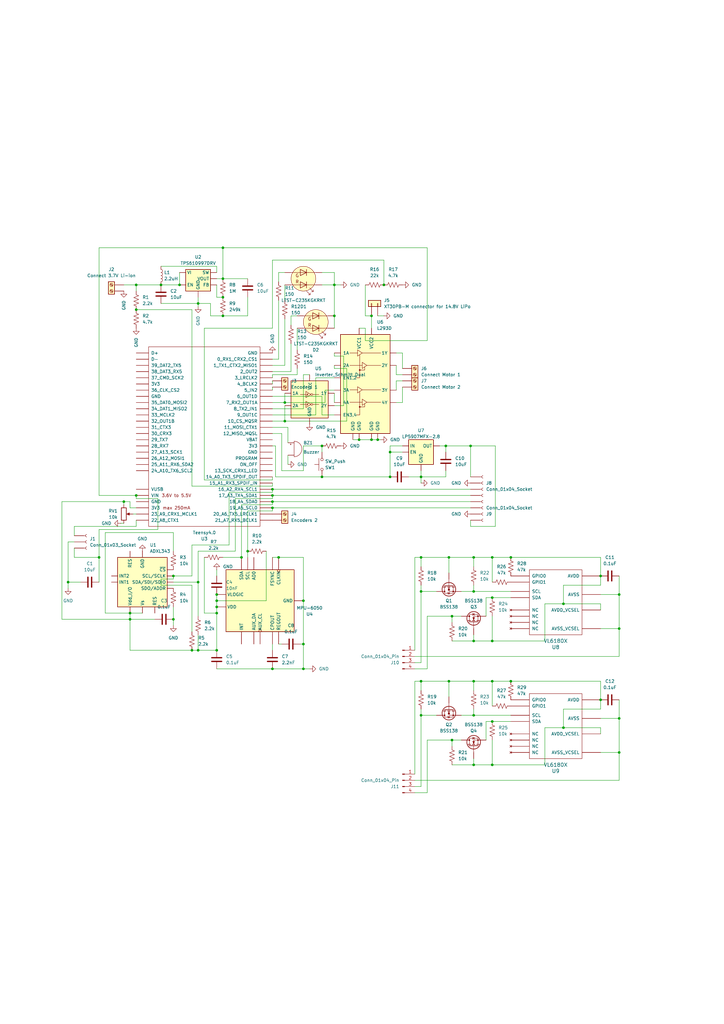
<source format=kicad_sch>
(kicad_sch (version 20231120) (generator "eeschema") (generator_version "8.0")
  (paper "A3" portrait)
  (junction (at 201.93 295.91))
  (junction (at 55.88 127))
  (junction (at 55.88 203.2))
  (junction (at 71.12 236.22))
  (junction (at 27.94 238.76))
  (junction (at 254 308.61))
  (junction (at 172.72 228.6))
  (junction (at 172.72 279.4))
  (junction (at 91.44 129.54))
  (junction (at 194.31 242.57))
  (junction (at 111.76 205.74))
  (junction (at 99.06 228.6))
  (junction (at 124.46 274.32))
  (junction (at 194.31 228.6))
  (junction (at 209.55 279.4))
  (junction (at 91.44 101.6))
  (junction (at 184.15 279.4))
  (junction (at 172.72 242.57))
  (junction (at 231.14 298.45))
  (junction (at 91.44 114.3))
  (junction (at 81.28 266.7))
  (junction (at 194.31 293.37))
  (junction (at 254 294.64))
  (junction (at 147.32 180.34))
  (junction (at 184.15 228.6))
  (junction (at 246.38 236.22))
  (junction (at 201.93 228.6))
  (junction (at 194.31 313.69))
  (junction (at 71.12 254))
  (junction (at 132.08 195.58))
  (junction (at 114.3 228.6))
  (junction (at 154.94 180.34))
  (junction (at 50.8 205.74))
  (junction (at 137.16 116.84))
  (junction (at 116.84 165.1))
  (junction (at 66.04 116.84))
  (junction (at 246.38 287.02))
  (junction (at 231.14 247.65))
  (junction (at 254 257.81))
  (junction (at 152.4 129.54))
  (junction (at 172.72 293.37))
  (junction (at 53.34 254))
  (junction (at 172.72 195.58))
  (junction (at 88.9 246.38))
  (junction (at 88.9 243.84))
  (junction (at 194.31 279.4))
  (junction (at 88.9 251.46))
  (junction (at 40.64 228.6))
  (junction (at 124.46 246.38))
  (junction (at 91.44 121.92))
  (junction (at 55.88 116.84))
  (junction (at 201.93 245.11))
  (junction (at 160.02 195.58))
  (junction (at 116.84 172.72))
  (junction (at 185.42 252.73))
  (junction (at 182.88 182.88))
  (junction (at 81.28 238.76))
  (junction (at 53.34 251.46))
  (junction (at 124.46 264.16))
  (junction (at 111.76 274.32))
  (junction (at 194.31 262.89))
  (junction (at 201.93 262.89))
  (junction (at 101.6 226.06))
  (junction (at 78.74 266.7))
  (junction (at 88.9 248.92))
  (junction (at 132.08 182.88))
  (junction (at 193.04 182.88))
  (junction (at 209.55 228.6))
  (junction (at 137.16 129.54))
  (junction (at 88.9 266.7))
  (junction (at 152.4 180.34))
  (junction (at 111.76 203.2))
  (junction (at 254 243.84))
  (junction (at 111.76 200.66))
  (junction (at 185.42 303.53))
  (junction (at 81.28 124.46))
  (junction (at 111.76 208.28))
  (junction (at 201.93 313.69))
  (junction (at 157.48 116.84))
  (junction (at 201.93 279.4))
  (junction (at 73.66 116.84))
  (junction (at 160.02 185.42))
  (wire (pts (xy 116.84 111.76) (xy 114.3 111.76)))
  (wire (pts (xy 55.88 127) (xy 78.74 127)))
  (wire (pts (xy 71.12 218.44) (xy 43.18 218.44)))
  (wire (pts (xy 111.76 196.85) (xy 83.82 196.85)))
  (wire (pts (xy 55.88 116.84) (xy 50.8 116.84)))
  (wire (pts (xy 121.92 151.13) (xy 121.92 153.67)))
  (wire (pts (xy 111.76 106.68) (xy 157.48 106.68)))
  (wire (pts (xy 160.02 195.58) (xy 160.02 185.42)))
  (wire (pts (xy 111.76 158.75) (xy 111.76 160.02)))
  (wire (pts (xy 137.16 151.13) (xy 142.24 151.13)))
  (wire (pts (xy 149.86 134.62) (xy 149.86 139.7)))
  (wire (pts (xy 30.48 215.9) (xy 55.88 215.9)))
  (wire (pts (xy 111.76 203.2) (xy 193.04 203.2)))
  (wire (pts (xy 209.55 279.4) (xy 246.38 279.4)))
  (wire (pts (xy 115.57 177.8) (xy 111.76 177.8)))
  (wire (pts (xy 124.46 167.64) (xy 124.46 153.67)))
  (wire (pts (xy 137.16 116.84) (xy 137.16 111.76)))
  (wire (pts (xy 201.93 245.11) (xy 209.55 245.11)))
  (wire (pts (xy 199.39 295.91) (xy 201.93 295.91)))
  (wire (pts (xy 86.36 129.54) (xy 86.36 124.46)))
  (wire (pts (xy 246.38 247.65) (xy 246.38 250.19)))
  (wire (pts (xy 115.57 193.04) (xy 115.57 177.8)))
  (wire (pts (xy 137.16 166.37) (xy 140.97 166.37)))
  (wire (pts (xy 201.93 279.4) (xy 201.93 289.56)))
  (wire (pts (xy 123.19 264.16) (xy 124.46 264.16)))
  (wire (pts (xy 111.76 147.32) (xy 114.3 147.32)))
  (wire (pts (xy 175.26 303.53) (xy 175.26 325.12)))
  (wire (pts (xy 55.88 203.2) (xy 55.88 204.47)))
  (wire (pts (xy 71.12 236.22) (xy 71.12 237.49)))
  (wire (pts (xy 127 274.32) (xy 124.46 274.32)))
  (wire (pts (xy 246.38 228.6) (xy 246.38 236.22)))
  (wire (pts (xy 223.52 247.65) (xy 231.14 247.65)))
  (wire (pts (xy 81.28 226.06) (xy 81.28 238.76)))
  (wire (pts (xy 194.31 242.57) (xy 209.55 242.57)))
  (wire (pts (xy 189.23 242.57) (xy 194.31 242.57)))
  (wire (pts (xy 30.48 228.6) (xy 30.48 224.79)))
  (wire (pts (xy 116.84 161.29) (xy 116.84 165.1)))
  (wire (pts (xy 194.31 228.6) (xy 201.93 228.6)))
  (wire (pts (xy 172.72 195.58) (xy 182.88 195.58)))
  (wire (pts (xy 111.76 209.55) (xy 101.6 209.55)))
  (wire (pts (xy 124.46 182.88) (xy 132.08 182.88)))
  (wire (pts (xy 139.7 116.84) (xy 137.16 116.84)))
  (wire (pts (xy 231.14 298.45) (xy 231.14 290.83)))
  (wire (pts (xy 162.56 144.78) (xy 165.1 144.78)))
  (wire (pts (xy 137.16 161.29) (xy 137.16 165.1)))
  (wire (pts (xy 55.88 119.38) (xy 55.88 116.84)))
  (wire (pts (xy 111.76 204.47) (xy 96.52 204.47)))
  (wire (pts (xy 170.18 325.12) (xy 175.26 325.12)))
  (wire (pts (xy 175.26 252.73) (xy 175.26 274.32)))
  (wire (pts (xy 185.42 303.53) (xy 175.26 303.53)))
  (wire (pts (xy 111.76 208.28) (xy 193.04 208.28)))
  (wire (pts (xy 182.88 185.42) (xy 182.88 182.88)))
  (wire (pts (xy 73.66 116.84) (xy 66.04 116.84)))
  (wire (pts (xy 119.38 152.4) (xy 111.76 152.4)))
  (wire (pts (xy 113.03 195.58) (xy 113.03 182.88)))
  (wire (pts (xy 172.72 279.4) (xy 172.72 283.21)))
  (wire (pts (xy 194.31 228.6) (xy 194.31 232.41)))
  (wire (pts (xy 30.48 215.9) (xy 30.48 219.71)))
  (wire (pts (xy 64.77 204.47) (xy 64.77 217.17)))
  (wire (pts (xy 88.9 243.84) (xy 88.9 246.38)))
  (wire (pts (xy 118.11 181.61) (xy 118.11 175.26)))
  (wire (pts (xy 113.03 195.58) (xy 132.08 195.58)))
  (wire (pts (xy 246.38 279.4) (xy 246.38 287.02)))
  (wire (pts (xy 78.74 127) (xy 78.74 199.39)))
  (wire (pts (xy 124.46 182.88) (xy 124.46 193.04)))
  (wire (pts (xy 78.74 266.7) (xy 81.28 266.7)))
  (wire (pts (xy 170.18 279.4) (xy 170.18 317.5)))
  (wire (pts (xy 137.16 129.54) (xy 137.16 134.62)))
  (wire (pts (xy 54.61 210.82) (xy 55.88 210.82)))
  (wire (pts (xy 162.56 156.21) (xy 165.1 156.21)))
  (wire (pts (xy 189.23 252.73) (xy 185.42 252.73)))
  (wire (pts (xy 114.3 228.6) (xy 124.46 228.6)))
  (wire (pts (xy 111.76 208.28) (xy 111.76 209.55)))
  (wire (pts (xy 194.31 290.83) (xy 194.31 293.37)))
  (wire (pts (xy 88.9 274.32) (xy 111.76 274.32)))
  (wire (pts (xy 99.06 207.01) (xy 111.76 207.01)))
  (wire (pts (xy 83.82 134.62) (xy 83.82 196.85)))
  (wire (pts (xy 231.14 247.65) (xy 246.38 247.65)))
  (wire (pts (xy 30.48 228.6) (xy 40.64 228.6)))
  (wire (pts (xy 118.11 186.69) (xy 118.11 190.5)))
  (wire (pts (xy 73.66 111.76) (xy 73.66 116.84)))
  (wire (pts (xy 172.72 279.4) (xy 184.15 279.4)))
  (wire (pts (xy 81.28 124.46) (xy 86.36 124.46)))
  (wire (pts (xy 194.31 313.69) (xy 201.93 313.69)))
  (wire (pts (xy 132.08 116.84) (xy 137.16 116.84)))
  (wire (pts (xy 201.93 228.6) (xy 209.55 228.6)))
  (wire (pts (xy 231.14 240.03) (xy 246.38 240.03)))
  (wire (pts (xy 189.23 303.53) (xy 185.42 303.53)))
  (wire (pts (xy 101.6 209.55) (xy 101.6 226.06)))
  (wire (pts (xy 144.78 180.34) (xy 147.32 180.34)))
  (wire (pts (xy 185.42 262.89) (xy 194.31 262.89)))
  (wire (pts (xy 199.39 252.73) (xy 199.39 245.11)))
  (wire (pts (xy 71.12 236.22) (xy 78.74 236.22)))
  (wire (pts (xy 111.76 170.18) (xy 129.54 170.18)))
  (wire (pts (xy 55.88 204.47) (xy 64.77 204.47)))
  (wire (pts (xy 142.24 151.13) (xy 142.24 172.72)))
  (wire (pts (xy 194.31 260.35) (xy 194.31 262.89)))
  (wire (pts (xy 152.4 129.54) (xy 152.4 134.62)))
  (wire (pts (xy 71.12 254) (xy 71.12 256.54)))
  (wire (pts (xy 64.77 217.17) (xy 40.64 217.17)))
  (wire (pts (xy 111.76 266.7) (xy 111.76 264.16)))
  (wire (pts (xy 71.12 248.92) (xy 71.12 254)))
  (wire (pts (xy 81.28 266.7) (xy 88.9 266.7)))
  (wire (pts (xy 91.44 101.6) (xy 175.26 101.6)))
  (wire (pts (xy 172.72 195.58) (xy 167.64 195.58)))
  (wire (pts (xy 246.38 294.64) (xy 254 294.64)))
  (wire (pts (xy 172.72 293.37) (xy 172.72 322.58)))
  (wire (pts (xy 133.35 160.02) (xy 137.16 160.02)))
  (wire (pts (xy 184.15 279.4) (xy 184.15 285.75)))
  (wire (pts (xy 170.18 271.78) (xy 172.72 271.78)))
  (wire (pts (xy 114.3 123.19) (xy 114.3 147.32)))
  (wire (pts (xy 170.18 228.6) (xy 170.18 266.7)))
  (wire (pts (xy 66.04 109.22) (xy 88.9 109.22)))
  (wire (pts (xy 81.28 238.76) (xy 71.12 238.76)))
  (wire (pts (xy 111.76 175.26) (xy 118.11 175.26)))
  (wire (pts (xy 194.31 293.37) (xy 209.55 293.37)))
  (wire (pts (xy 40.64 217.17) (xy 40.64 228.6)))
  (wire (pts (xy 111.76 274.32) (xy 124.46 274.32)))
  (wire (pts (xy 246.38 308.61) (xy 254 308.61)))
  (wire (pts (xy 81.28 238.76) (xy 81.28 252.73)))
  (wire (pts (xy 194.31 279.4) (xy 201.93 279.4)))
  (wire (pts (xy 129.54 154.94) (xy 129.54 170.18)))
  (wire (pts (xy 185.42 313.69) (xy 194.31 313.69)))
  (wire (pts (xy 27.94 222.25) (xy 27.94 238.76)))
  (wire (pts (xy 71.12 237.49) (xy 66.04 237.49)))
  (wire (pts (xy 152.4 129.54) (xy 149.86 129.54)))
  (wire (pts (xy 25.4 254) (xy 53.34 254)))
  (wire (pts (xy 111.76 201.93) (xy 93.98 201.93)))
  (wire (pts (xy 254 287.02) (xy 254 294.64)))
  (wire (pts (xy 116.84 165.1) (xy 133.35 165.1)))
  (wire (pts (xy 49.53 214.63) (xy 50.8 214.63)))
  (wire (pts (xy 53.34 254) (xy 63.5 254)))
  (wire (pts (xy 91.44 121.92) (xy 88.9 121.92)))
  (wire (pts (xy 246.38 290.83) (xy 246.38 287.02)))
  (wire (pts (xy 81.28 260.35) (xy 81.28 266.7)))
  (wire (pts (xy 50.8 205.74) (xy 50.8 207.01)))
  (wire (pts (xy 137.16 111.76) (xy 132.08 111.76)))
  (wire (pts (xy 165.1 165.1) (xy 165.1 158.75)))
  (wire (pts (xy 53.34 266.7) (xy 78.74 266.7)))
  (wire (pts (xy 149.86 129.54) (xy 149.86 116.84)))
  (wire (pts (xy 88.9 121.92) (xy 88.9 116.84)))
  (wire (pts (xy 132.08 162.56) (xy 132.08 170.18)))
  (wire (pts (xy 111.76 149.86) (xy 116.84 149.86)))
  (wire (pts (xy 160.02 185.42) (xy 160.02 182.88)))
  (wire (pts (xy 111.76 203.2) (xy 111.76 204.47)))
  (wire (pts (xy 203.2 182.88) (xy 203.2 215.9)))
  (wire (pts (xy 66.04 240.03) (xy 78.74 240.03)))
  (wire (pts (xy 88.9 248.92) (xy 88.9 251.46)))
  (wire (pts (xy 91.44 129.54) (xy 86.36 129.54)))
  (wire (pts (xy 121.92 129.54) (xy 119.38 129.54)))
  (wire (pts (xy 78.74 236.22) (xy 78.74 223.52)))
  (wire (pts (xy 175.26 101.6) (xy 175.26 139.7)))
  (wire (pts (xy 184.15 228.6) (xy 184.15 234.95)))
  (wire (pts (xy 43.18 218.44) (xy 43.18 251.46)))
  (wire (pts (xy 111.76 172.72) (xy 116.84 172.72)))
  (wire (pts (xy 172.72 228.6) (xy 172.72 232.41)))
  (wire (pts (xy 119.38 129.54) (xy 119.38 133.35)))
  (wire (pts (xy 147.32 180.34) (xy 152.4 180.34)))
  (wire (pts (xy 201.93 295.91) (xy 209.55 295.91)))
  (wire (pts (xy 111.76 153.67) (xy 111.76 154.94)))
  (wire (pts (xy 50.8 205.74) (xy 25.4 205.74)))
  (wire (pts (xy 111.76 200.66) (xy 111.76 201.93)))
  (wire (pts (xy 180.34 182.88) (xy 182.88 182.88)))
  (wire (pts (xy 81.28 226.06) (xy 96.52 226.06)))
  (wire (pts (xy 124.46 228.6) (xy 124.46 246.38)))
  (wire (pts (xy 172.72 195.58) (xy 172.72 193.04)))
  (wire (pts (xy 111.76 199.39) (xy 78.74 199.39)))
  (wire (pts (xy 88.9 251.46) (xy 88.9 266.7)))
  (wire (pts (xy 116.84 130.81) (xy 116.84 149.86)))
  (wire (pts (xy 223.52 262.89) (xy 223.52 247.65)))
  (wire (pts (xy 132.08 170.18) (xy 137.16 170.18)))
  (wire (pts (xy 111.76 200.66) (xy 193.04 200.66)))
  (wire (pts (xy 170.18 274.32) (xy 175.26 274.32)))
  (wire (pts (xy 66.04 124.46) (xy 81.28 124.46)))
  (wire (pts (xy 109.22 246.38) (xy 88.9 246.38)))
  (wire (pts (xy 101.6 226.06) (xy 101.6 228.6)))
  (wire (pts (xy 209.55 228.6) (xy 246.38 228.6)))
  (wire (pts (xy 111.76 156.21) (xy 111.76 157.48)))
  (wire (pts (xy 160.02 182.88) (xy 165.1 182.88)))
  (wire (pts (xy 101.6 129.54) (xy 91.44 129.54)))
  (wire (pts (xy 157.48 106.68) (xy 157.48 116.84)))
  (wire (pts (xy 124.46 264.16) (xy 124.46 246.38)))
  (wire (pts (xy 88.9 233.68) (xy 88.9 236.22)))
  (wire (pts (xy 194.31 279.4) (xy 194.31 283.21)))
  (wire (pts (xy 124.46 264.16) (xy 124.46 274.32)))
  (wire (pts (xy 121.92 134.62) (xy 121.92 143.51)))
  (wire (pts (xy 185.42 252.73) (xy 185.42 255.27)))
  (wire (pts (xy 231.14 290.83) (xy 246.38 290.83)))
  (wire (pts (xy 201.93 252.73) (xy 201.93 262.89)))
  (wire (pts (xy 114.3 264.16) (xy 115.57 264.16)))
  (wire (pts (xy 111.76 228.6) (xy 114.3 228.6)))
  (wire (pts (xy 81.28 125.73) (xy 81.28 124.46)))
  (wire (pts (xy 53.34 251.46) (xy 58.42 251.46)))
  (wire (pts (xy 165.1 144.78) (xy 165.1 151.13)))
  (wire (pts (xy 185.42 252.73) (xy 175.26 252.73)))
  (wire (pts (xy 27.94 222.25) (xy 30.48 222.25)))
  (wire (pts (xy 170.18 228.6) (xy 172.72 228.6)))
  (wire (pts (xy 88.9 114.3) (xy 91.44 114.3)))
  (wire (pts (xy 53.34 251.46) (xy 53.34 254)))
  (wire (pts (xy 223.52 313.69) (xy 223.52 298.45)))
  (wire (pts (xy 246.38 257.81) (xy 254 257.81)))
  (wire (pts (xy 254 243.84) (xy 254 257.81)))
  (wire (pts (xy 40.64 228.6) (xy 40.64 238.76)))
  (wire (pts (xy 246.38 240.03) (xy 246.38 236.22)))
  (wire (pts (xy 78.74 223.52) (xy 93.98 223.52)))
  (wire (pts (xy 88.9 111.76) (xy 88.9 109.22)))
  (wire (pts (xy 40.64 101.6) (xy 40.64 203.2)))
  (wire (pts (xy 193.04 213.36) (xy 193.04 215.9)))
  (wire (pts (xy 246.38 243.84) (xy 254 243.84)))
  (wire (pts (xy 170.18 279.4) (xy 172.72 279.4)))
  (wire (pts (xy 157.48 129.54) (xy 154.94 129.54)))
  (wire (pts (xy 162.56 160.02) (xy 162.56 156.21)))
  (wire (pts (xy 147.32 134.62) (xy 149.86 134.62)))
  (wire (pts (xy 182.88 195.58) (xy 182.88 193.04)))
  (wire (pts (xy 172.72 293.37) (xy 179.07 293.37)))
  (wire (pts (xy 132.08 182.88) (xy 132.08 185.42)))
  (wire (pts (xy 111.76 165.1) (xy 116.84 165.1)))
  (wire (pts (xy 254 269.24) (xy 254 257.81)))
  (wire (pts (xy 53.34 205.74) (xy 53.34 208.28)))
  (wire (pts (xy 83.82 134.62) (xy 111.76 134.62)))
  (wire (pts (xy 96.52 204.47) (xy 96.52 226.06)))
  (wire (pts (xy 231.14 298.45) (xy 246.38 298.45)))
  (wire (pts (xy 40.64 203.2) (xy 55.88 203.2)))
  (wire (pts (xy 201.93 303.53) (xy 201.93 313.69)))
  (wire (pts (xy 81.28 124.46) (xy 81.28 121.92)))
  (wire (pts (xy 27.94 238.76) (xy 27.94 241.3)))
  (wire (pts (xy 111.76 167.64) (xy 124.46 167.64)))
  (wire (pts (xy 185.42 303.53) (xy 185.42 306.07)))
  (wire (pts (xy 156.21 180.34) (xy 154.94 180.34)))
  (wire (pts (xy 231.14 247.65) (xy 231.14 240.03)))
  (wire (pts (xy 172.72 240.03) (xy 172.72 242.57)))
  (wire (pts (xy 184.15 228.6) (xy 194.31 228.6)))
  (wire (pts (xy 133.35 160.02) (xy 133.35 165.1)))
  (wire (pts (xy 55.88 208.28) (xy 53.34 208.28)))
  (wire (pts (xy 246.38 298.45) (xy 246.38 300.99)))
  (wire (pts (xy 93.98 201.93) (xy 93.98 223.52)))
  (wire (pts (xy 172.72 198.12) (xy 172.72 195.58)))
  (wire (pts (xy 172.72 290.83) (xy 172.72 293.37)))
  (wire (pts (xy 137.16 149.86) (xy 137.16 151.13)))
  (wire (pts (xy 199.39 303.53) (xy 199.39 295.91)))
  (wire (pts (xy 111.76 205.74) (xy 193.04 205.74)))
  (wire (pts (xy 124.46 193.04) (xy 115.57 193.04)))
  (wire (pts (xy 116.84 172.72) (xy 142.24 172.72)))
  (wire (pts (xy 201.93 279.4) (xy 209.55 279.4)))
  (wire (pts (xy 111.76 205.74) (xy 111.76 207.01)))
  (wire (pts (xy 140.97 146.05) (xy 137.16 146.05)))
  (wire (pts (xy 111.76 195.58) (xy 111.76 196.85)))
  (wire (pts (xy 111.76 198.12) (xy 111.76 199.39)))
  (wire (pts (xy 113.03 182.88) (xy 111.76 182.88)))
  (wire (pts (xy 170.18 269.24) (xy 254 269.24)))
  (wire (pts (xy 172.72 228.6) (xy 184.15 228.6)))
  (wire (pts (xy 201.93 228.6) (xy 201.93 238.76)))
  (wire (pts (xy 140.97 166.37) (xy 140.97 146.05)))
  (wire (pts (xy 194.31 262.89) (xy 201.93 262.89)))
  (wire (pts (xy 101.6 121.92) (xy 101.6 129.54)))
  (wire (pts (xy 55.88 213.36) (xy 55.88 215.9)))
  (wire (pts (xy 116.84 116.84) (xy 116.84 123.19)))
  (wire (pts (xy 129.54 154.94) (xy 137.16 154.94)))
  (wire (pts (xy 132.08 195.58) (xy 160.02 195.58)))
  (wire (pts (xy 193.04 215.9) (xy 203.2 215.9)))
  (wire (pts (xy 193.04 182.88) (xy 203.2 182.88)))
  (wire (pts (xy 109.22 226.06) (xy 109.22 246.38)))
  (wire (pts (xy 160.02 185.42) (xy 165.1 185.42)))
  (wire (pts (xy 137.16 146.05) (xy 137.16 144.78)))
  (wire (pts (xy 78.74 240.03) (xy 78.74 259.08)))
  (wire (pts (xy 88.9 246.38) (xy 88.9 248.92)))
  (wire (pts (xy 91.44 101.6) (xy 40.64 101.6)))
  (wire (pts (xy 25.4 205.74) (xy 25.4 254)))
  (wire (pts (xy 193.04 182.88) (xy 182.88 182.88)))
  (wire (pts (xy 254 320.04) (xy 254 308.61)))
  (wire (pts (xy 137.16 116.84) (xy 137.16 129.54)))
  (wire (pts (xy 83.82 251.46) (xy 88.9 251.46)))
  (wire (pts (xy 162.56 149.86) (xy 162.56 153.67)))
  (wire (pts (xy 189.23 293.37) (xy 194.31 293.37)))
  (wire (pts (xy 254 236.22) (xy 254 243.84)))
  (wire (pts (xy 27.94 238.76) (xy 33.02 238.76)))
  (wire (pts (xy 152.4 180.34) (xy 154.94 180.34)))
  (wire (pts (xy 172.72 242.57) (xy 172.72 271.78)))
  (wire (pts (xy 149.86 139.7) (xy 175.26 139.7)))
  (wire (pts (xy 170.18 320.04) (xy 254 320.04)))
  (wire (pts (xy 223.52 298.45) (xy 231.14 298.45)))
  (wire (pts (xy 55.88 116.84) (xy 66.04 116.84)))
  (wire (pts (xy 53.34 205.74) (xy 50.8 205.74)))
  (wire (pts (xy 119.38 140.97) (xy 119.38 152.4)))
  (wire (pts (xy 114.3 111.76) (xy 114.3 115.57)))
  (wire (pts (xy 99.06 228.6) (xy 91.44 228.6)))
  (wire (pts (xy 254 294.64) (xy 254 308.61)))
  (wire (pts (xy 199.39 245.11) (xy 201.93 245.11)))
  (wire (pts (xy 184.15 279.4) (xy 194.31 279.4)))
  (wire (pts (xy 71.12 226.06) (xy 71.12 218.44)))
  (wire (pts (xy 172.72 242.57) (xy 179.07 242.57)))
  (wire (pts (xy 53.34 254) (xy 53.34 266.7)))
  (wire (pts (xy 91.44 114.3) (xy 101.6 114.3)))
  (wire (pts (xy 66.04 237.49) (xy 66.04 240.03)))
  (wire (pts (xy 99.06 207.01) (xy 99.06 228.6)))
  (wire (pts (xy 194.31 311.15) (xy 194.31 313.69)))
  (wire (pts (xy 194.31 240.03) (xy 194.31 242.57)))
  (wire (pts (xy 111.76 162.56) (xy 132.08 162.56)))
  (wire (pts (xy 91.44 114.3) (xy 91.44 101.6)))
  (wire (pts (xy 121.92 153.67) (xy 111.76 153.67)))
  (wire (pts (xy 201.93 313.69) (xy 223.52 313.69)))
  (wire (pts (xy 43.18 251.46) (xy 53.34 251.46)))
  (wire (pts (xy 124.46 153.67) (xy 127 153.67)))
  (wire (pts (xy 111.76 106.68) (xy 111.76 134.62)))
  (wire (pts (xy 201.93 262.89) (xy 223.52 262.89)))
  (wire (pts (xy 162.56 165.1) (xy 165.1 165.1)))
  (wire (pts (xy 170.18 322.58) (xy 172.72 322.58)))
  (wire (pts (xy 116.84 166.37) (xy 116.84 172.72)))
  (wire (pts (xy 162.56 153.67) (xy 165.1 153.67)))
  (wire (pts (xy 193.04 182.88) (xy 193.04 195.58)))
  (wire (pts (xy 83.82 228.6) (xy 83.82 251.46)))
  (symbol (lib_id "Device:R_US") (at 194.31 287.02 0) (unit 1)
    (property "Reference" "R23" (at 196.85 285.7499 0) (effects (justify left)))
    (property "Value" "10k" (at 196.85 288.2899 0) (effects (justify left)))
    (property "Footprint" "Resistor_THT:R_Axial_DIN0204_L3.6mm_D1.6mm_P5.08mm_Horizontal" (effects (hide yes)))
    (property "Description" "Resistor, US symbol" (effects (hide yes)))
  )
  (symbol (lib_name "BSS138_1") (lib_id "Transistor_FET:BSS138") (at 194.31 255.27 90) (unit 1)
    (property "Reference" "Q3" (at 194.31 248.92 90))
    (property "Value" "BSS138" (at 194.31 246.38 90))
    (property "Footprint" "Package_TO_SOT_SMD:SOT-23" (effects (hide yes)))
    (property "Datasheet" "https://www.onsemi.com/pub/Collateral/BSS138-D.PDF" (effects (hide yes)))
    (property "Description" "50V Vds, 0.22A Id, N-Channel MOSFET, SOT-23" (effects (hide yes)))
  )
  (symbol (lib_id "Device:R_US") (at 172.72 287.02 0) (unit 1)
    (property "Reference" "R19" (at 175.26 285.7499 0) (effects (justify left)))
    (property "Value" "10k" (at 175.26 288.2899 0) (effects (justify left)))
    (property "Footprint" "Resistor_THT:R_Axial_DIN0204_L3.6mm_D1.6mm_P5.08mm_Horizontal" (effects (hide yes)))
    (property "Description" "Resistor, US symbol" (effects (hide yes)))
  )
  (symbol (lib_id "Device:R_US") (at 209.55 283.21 0) (unit 1)
    (property "Reference" "R29" (at 212.09 281.9399 0) (effects (justify left)))
    (property "Value" "47k" (at 212.09 284.4799 0) (effects (justify left)))
    (property "Footprint" "Resistor_THT:R_Axial_DIN0204_L3.6mm_D1.6mm_P5.08mm_Horizontal" (effects (hide yes)))
    (property "Description" "Resistor, US symbol" (effects (hide yes)))
  )
  (symbol (lib_id "Device:R_US") (at 71.12 245.11 0) (unit 1)
    (property "Reference" "R4" (at 73.66 243.8399 0) (effects (justify left)))
    (property "Value" "10k" (at 73.66 246.3799 0) (effects (justify left)))
    (property "Footprint" "Resistor_THT:R_Axial_DIN0204_L3.6mm_D1.6mm_P5.08mm_Horizontal" (effects (hide yes)))
    (property "Description" "Resistor, US symbol" (effects (hide yes)))
  )
  (symbol (lib_id "Device:R_US") (at 205.74 238.76 90) (unit 1)
    (property "Reference" "R26" (at 205.74 232.41 90))
    (property "Value" "47k" (at 205.74 234.95 90))
    (property "Footprint" "Resistor_THT:R_Axial_DIN0204_L3.6mm_D1.6mm_P5.08mm_Horizontal" (effects (hide yes)))
    (property "Description" "Resistor, US symbol" (effects (hide yes)))
  )
  (symbol (lib_id "Device:R_US") (at 185.42 259.08 0) (unit 1)
    (property "Reference" "R20" (at 187.96 257.8099 0) (effects (justify left)))
    (property "Value" "10k" (at 187.96 260.3499 0) (effects (justify left)))
    (property "Footprint" "Resistor_THT:R_Axial_DIN0204_L3.6mm_D1.6mm_P5.08mm_Horizontal" (effects (hide yes)))
    (property "Description" "Resistor, US symbol" (effects (hide yes)))
  )
  (symbol (lib_id "Switch:SW_Push") (at 132.08 190.5 90) (mirror x) (unit 1)
    (property "Reference" "SW1" (at 133.35 191.7701 90) (effects (justify right)))
    (property "Value" "SW_Push" (at 133.35 189.2301 90) (effects (justify right)))
    (property "Footprint" "Button_Switch_THT:SW_MEC_5GTH9" (effects (hide yes)))
    (property "Description" "Push button switch, generic, two pins" (effects (hide yes)))
  )
  (symbol (lib_id "teensy:Teensy4.0") (at 83.82 179.07 0) (mirror y) (unit 1)
    (property "Reference" "U3" (at 83.82 220.98 0))
    (property "Value" "Teensy4.0" (at 83.82 218.44 0))
    (property "Footprint" "teensy:Teensy40_SMT" (effects (hide yes)))
  )
  (symbol (lib_id "Device:C") (at 66.04 120.65 180) (unit 1)
    (property "Reference" "C2" (at 69.85 119.3799 0) (effects (justify right)))
    (property "Value" "10uF" (at 69.85 121.9199 0) (effects (justify right)))
    (property "Footprint" "Capacitor_SMD:C_0805_2012Metric" (effects (hide yes)))
    (property "Description" "Unpolarized capacitor" (effects (hide yes)))
  )
  (symbol (lib_id "Connector:Screw_Terminal_01x02") (at 116.84 210.82 0) (unit 1)
    (property "Reference" "J4" (at 119.38 210.8199 0) (effects (justify left)))
    (property "Value" "Encoders 2" (at 119.38 213.3599 0) (effects (justify left)))
    (property "Footprint" "TerminalBlock:TerminalBlock_Xinya_XY308-2.54-2P_1x02_P2.54mm_Horizontal" (effects (hide yes)))
    (property "Description" "Generic screw terminal, single row, 01x02, script generated (kicad-library-utils/schlib/autogen/connector/)" (effects (hide yes)))
  )
  (symbol (lib_name "BSS138_2") (lib_id "Transistor_FET:BSS138") (at 184.15 290.83 90) (mirror x) (unit 1)
    (property "Reference" "Q2" (at 184.15 297.18 90))
    (property "Value" "BSS138" (at 184.15 299.72 90))
    (property "Footprint" "Package_TO_SOT_SMD:SOT-23" (effects (hide yes)))
    (property "Datasheet" "https://www.onsemi.com/pub/Collateral/BSS138-D.PDF" (effects (hide yes)))
    (property "Description" "50V Vds, 0.22A Id, N-Channel MOSFET, SOT-23" (effects (hide yes)))
  )
  (symbol (lib_id "Regulator_Linear:LP5907MFX-2.8") (at 172.72 185.42 0) (unit 1)
    (property "Reference" "U7" (at 172.72 176.53 0))
    (property "Value" "LP5907MFX-2.8" (at 172.72 179.07 0))
    (property "Footprint" "Package_TO_SOT_SMD:SOT-23-5" (effects (hide yes)))
    (property "Datasheet" "http://www.ti.com/lit/ds/symlink/lp5907.pdf" (effects (hide yes)))
    (property "Description" "250-mA Ultra-Low-Noise Low-IQ LDO, 2.8V, SOT-23" (effects (hide yes)))
  )
  (symbol (lib_id "power:GND") (at 55.88 134.62 0) (unit 1)
    (property "Reference" "#PWR04" (effects (hide yes)))
    (property "Value" "GND" (at 55.8801 138.43 90) (effects (justify right)))
    (property "Description" "Power symbol creates a global label with name \"GND\" , ground" (effects (hide yes)))
  )
  (symbol (lib_id "Device:C") (at 111.76 270.51 180) (unit 1)
    (property "Reference" "C7" (at 115.57 269.2399 0) (effects (justify right)))
    (property "Value" "2.2nF" (at 115.57 271.7799 0) (effects (justify right)))
    (property "Footprint" "Capacitor_SMD:C_0201_0603Metric" (effects (hide yes)))
    (property "Description" "Unpolarized capacitor" (effects (hide yes)))
  )
  (symbol (lib_id "power:GND") (at 127 274.32 90) (unit 1)
    (property "Reference" "#PWR012" (effects (hide yes)))
    (property "Value" "GND" (at 130.81 274.3199 90) (effects (justify right)))
    (property "Description" "Power symbol creates a global label with name \"GND\" , ground" (effects (hide yes)))
  )
  (symbol (lib_id "power:GND") (at 50.8 119.38 0) (unit 1)
    (property "Reference" "#PWR02" (effects (hide yes)))
    (property "Value" "GND" (at 50.8001 123.19 90) (effects (justify right)))
    (property "Description" "Power symbol creates a global label with name \"GND\" , ground" (effects (hide yes)))
  )
  (symbol (lib_id "Device:C") (at 88.9 270.51 180) (unit 1)
    (property "Reference" "C5" (at 92.71 269.2399 0) (effects (justify right)))
    (property "Value" "0.1uF" (at 92.71 271.7799 0) (effects (justify right)))
    (property "Footprint" "Capacitor_SMD:C_0402_1005Metric" (effects (hide yes)))
    (property "Description" "Unpolarized capacitor" (effects (hide yes)))
  )
  (symbol (lib_id "Device:R_US") (at 78.74 262.89 180) (unit 1)
    (property "Reference" "R5" (at 81.28 261.6199 0) (effects (justify right)))
    (property "Value" "2.2k" (at 81.28 264.1599 0) (effects (justify right)))
    (property "Footprint" "Resistor_THT:R_Axial_DIN0204_L3.6mm_D1.6mm_P5.08mm_Horizontal" (effects (hide yes)))
    (property "Description" "Resistor, US symbol" (effects (hide yes)))
  )
  (symbol (lib_id "Device:R_Potentiometer") (at 50.8 210.82 0) (unit 1)
    (property "Reference" "RV1" (at 48.26 209.5499 0) (effects (justify right)))
    (property "Value" "10k" (at 48.26 212.0899 0) (effects (justify right)))
    (property "Footprint" "Potentiometer_THT:Potentiometer_Alps_RK09K_Single_Vertical" (effects (hide yes)))
    (property "Description" "Potentiometer" (effects (hide yes)))
  )
  (symbol (lib_id "power:GND") (at 156.21 180.34 90) (unit 1)
    (property "Reference" "#PWR015" (effects (hide yes)))
    (property "Value" "GND" (at 160.02 180.3399 90) (effects (justify right)))
    (property "Description" "Power symbol creates a global label with name \"GND\" , ground" (effects (hide yes)))
  )
  (symbol (lib_id "Device:R_US") (at 55.88 123.19 180) (unit 1)
    (property "Reference" "R1" (at 58.42 121.9199 0) (effects (justify right)))
    (property "Value" "2.2k" (at 58.42 124.4599 0) (effects (justify right)))
    (property "Footprint" "Resistor_THT:R_Axial_DIN0204_L3.6mm_D1.6mm_P5.08mm_Horizontal" (effects (hide yes)))
    (property "Description" "Resistor, US symbol" (effects (hide yes)))
  )
  (symbol (lib_id "Regulator_Switching:TPS610997DRV") (at 81.28 116.84 0) (unit 1)
    (property "Reference" "U2" (at 81.28 105.41 0))
    (property "Value" "TPS610997DRV" (at 81.28 107.95 0))
    (property "Footprint" "Package_SON:WSON-6-1EP_2x2mm_P0.65mm_EP1x1.6mm" (effects (hide yes)))
    (property "Datasheet" "https://www.ti.com/lit/gpn/TPS61099" (effects (hide yes)))
    (property "Description" "Boost Converter, 0.7-5.5V Input Voltage, 1A Switch Current, 5V Fixed Output Voltage, WSON-6" (effects (hide yes)))
  )
  (symbol (lib_id "Connector:Conn_01x04_Pin") (at 165.1 320.04 0) (unit 1)
    (property "Reference" "J11" (at 163.83 322.5801 0) (effects (justify right)))
    (property "Value" "Conn_01x04_Pin" (at 163.83 320.0401 0) (effects (justify right)))
    (property "Footprint" "Connector_PinHeader_2.54mm:PinHeader_1x04_P2.54mm_Horizontal" (effects (hide yes)))
    (property "Description" "Generic connector, single row, 01x04, script generated" (effects (hide yes)))
  )
  (symbol (lib_id "Driver_Motor:L293D") (at 149.86 160.02 0) (unit 1)
    (property "Reference" "U6" (at 154.5941 132.08 0) (effects (justify left)))
    (property "Value" "L293D" (at 154.5941 134.62 0) (effects (justify left)))
    (property "Footprint" "Package_DIP:DIP-16_W7.62mm" (effects (hide yes)))
    (property "Datasheet" "http://www.ti.com/lit/ds/symlink/l293.pdf" (effects (hide yes)))
    (property "Description" "Quadruple Half-H Drivers" (effects (hide yes)))
  )
  (symbol (lib_id "Device:R_US") (at 55.88 130.81 180) (unit 1)
    (property "Reference" "R2" (at 58.42 129.5399 0) (effects (justify right)))
    (property "Value" "4.7k" (at 58.42 132.0799 0) (effects (justify right)))
    (property "Footprint" "Resistor_THT:R_Axial_DIN0204_L3.6mm_D1.6mm_P5.08mm_Horizontal" (effects (hide yes)))
    (property "Description" "Resistor, US symbol" (effects (hide yes)))
  )
  (symbol (lib_name "Conn_01x04_Socket_1") (lib_id "Connector:Conn_01x04_Socket") (at 198.12 210.82 0) (mirror x) (unit 1)
    (property "Reference" "J9" (at 199.39 210.8201 0) (effects (justify left)))
    (property "Value" "Conn_01x04_Socket" (at 199.39 208.2801 0) (effects (justify left)))
    (property "Footprint" "Connector_PinSocket_2.54mm:PinSocket_1x04_P2.54mm_Vertical" (effects (hide yes)))
    (property "Description" "Generic connector, single row, 01x04, script generated" (effects (hide yes)))
  )
  (symbol (lib_id "power:GND") (at 139.7 182.88 90) (unit 1)
    (property "Reference" "#PWR013" (effects (hide yes)))
    (property "Value" "GND" (at 143.51 182.8799 90) (effects (justify right)))
    (property "Description" "Power symbol creates a global label with name \"GND\" , ground" (effects (hide yes)))
  )
  (symbol (lib_id "Connector:Conn_01x03_Socket") (at 35.56 222.25 0) (unit 1)
    (property "Reference" "J1" (at 36.83 220.9799 0) (effects (justify left)))
    (property "Value" "Conn_01x03_Socket" (at 36.83 223.5199 0) (effects (justify left)))
    (property "Footprint" "Connector_PinSocket_2.54mm:PinSocket_1x03_P2.54mm_Vertical" (effects (hide yes)))
    (property "Description" "Generic connector, single row, 01x03, script generated" (effects (hide yes)))
  )
  (symbol (lib_id "power:GND") (at 81.28 125.73 0) (unit 1)
    (property "Reference" "#PWR07" (effects (hide yes)))
    (property "Value" "GND" (at 81.2801 129.54 90) (effects (justify right)))
    (property "Description" "Power symbol creates a global label with name \"GND\" , ground" (effects (hide yes)))
  )
  (symbol (lib_id "power:GND") (at 71.12 256.54 0) (unit 1)
    (property "Reference" "#PWR06" (effects (hide yes)))
    (property "Value" "GND" (at 71.12 261.62 0))
    (property "Description" "Power symbol creates a global label with name \"GND\" , ground" (effects (hide yes)))
  )
  (symbol (lib_name "MPU-6050_1") (lib_id "Sensor_Motion:MPU-6050") (at 106.68 246.38 90) (mirror x) (unit 1)
    (property "Reference" "U4" (at 127 251.8762 90))
    (property "Value" "MPU-6050" (at 127 249.3362 90))
    (property "Footprint" "Sensor_Motion:InvenSense_QFN-24_4x4mm_P0.5mm" (effects (hide yes)))
    (property "Datasheet" "https://invensense.tdk.com/wp-content/uploads/2015/02/MPU-6000-Datasheet1.pdf" (effects (hide yes)))
    (property "Description" "InvenSense 6-Axis Motion Sensor, Gyroscope, Accelerometer, I2C" (effects (hide yes)))
  )
  (symbol (lib_id "Device:R_US") (at 121.92 147.32 0) (unit 1)
    (property "Reference" "R14" (at 124.46 146.0499 0) (effects (justify left)))
    (property "Value" "150" (at 124.46 148.5899 0) (effects (justify left)))
    (property "Footprint" "Resistor_THT:R_Axial_DIN0204_L3.6mm_D1.6mm_P5.08mm_Horizontal" (effects (hide yes)))
    (property "Description" "Resistor, US symbol" (effects (hide yes)))
  )
  (symbol (lib_id "Device:C") (at 101.6 118.11 180) (unit 1)
    (property "Reference" "C6" (at 105.41 116.8399 0) (effects (justify right)))
    (property "Value" "10uF" (at 105.41 119.3799 0) (effects (justify right)))
    (property "Footprint" "Capacitor_SMD:C_0805_2012Metric" (effects (hide yes)))
    (property "Description" "Unpolarized capacitor" (effects (hide yes)))
  )
  (symbol (lib_id "power:GND") (at 111.76 144.78 180) (unit 1)
    (property "Reference" "#PWR09" (effects (hide yes)))
    (property "Value" "GND" (at 111.7599 140.97 90) (effects (justify right)))
    (property "Description" "Power symbol creates a global label with name \"GND\" , ground" (effects (hide yes)))
  )
  (symbol (lib_id "Device:C") (at 250.19 287.02 90) (unit 1)
    (property "Reference" "C12" (at 250.19 279.4 90))
    (property "Value" "0.1uF" (at 250.19 281.94 90))
    (property "Footprint" "Capacitor_SMD:C_0402_1005Metric" (effects (hide yes)))
    (property "Description" "Unpolarized capacitor" (effects (hide yes)))
  )
  (symbol (lib_id "Device:C") (at 88.9 240.03 0) (unit 1)
    (property "Reference" "C4" (at 92.71 238.7599 0) (effects (justify left)))
    (property "Value" "10nF" (at 92.71 241.2999 0) (effects (justify left)))
    (property "Footprint" "Capacitor_SMD:C_0201_0603Metric" (effects (hide yes)))
    (property "Description" "Unpolarized capacitor" (effects (hide yes)))
  )
  (symbol (lib_id "Device:C") (at 67.31 254 270) (unit 1)
    (property "Reference" "C3" (at 67.31 246.38 90))
    (property "Value" "0.1uF" (at 67.31 248.92 90))
    (property "Footprint" "Capacitor_SMD:C_0402_1005Metric" (effects (hide yes)))
    (property "Description" "Unpolarized capacitor" (effects (hide yes)))
  )
  (symbol (lib_id "Connector:Conn_01x04_Pin") (at 165.1 269.24 0) (unit 1)
    (property "Reference" "J10" (at 163.83 271.7801 0) (effects (justify right)))
    (property "Value" "Conn_01x04_Pin" (at 163.83 269.2401 0) (effects (justify right)))
    (property "Footprint" "Connector_PinHeader_2.54mm:PinHeader_1x04_P2.54mm_Horizontal" (effects (hide yes)))
    (property "Description" "Generic connector, single row, 01x04, script generated" (effects (hide yes)))
  )
  (symbol (lib_id "power:GND") (at 139.7 116.84 90) (unit 1)
    (property "Reference" "#PWR014" (effects (hide yes)))
    (property "Value" "GND" (at 143.51 116.8399 90) (effects (justify right)))
    (property "Description" "Power symbol creates a global label with name \"GND\" , ground" (effects (hide yes)))
  )
  (symbol (lib_id "Device:C") (at 250.19 236.22 90) (unit 1)
    (property "Reference" "C11" (at 250.19 228.6 90))
    (property "Value" "0.1uF" (at 250.19 231.14 90))
    (property "Footprint" "Capacitor_SMD:C_0402_1005Metric" (effects (hide yes)))
    (property "Description" "Unpolarized capacitor" (effects (hide yes)))
  )
  (symbol (lib_id "Transistor_FET:BSS138") (at 194.31 306.07 90) (unit 1)
    (property "Reference" "Q4" (at 194.31 299.72 90))
    (property "Value" "BSS138" (at 194.31 297.18 90))
    (property "Footprint" "Package_TO_SOT_SMD:SOT-23" (effects (hide yes)))
    (property "Datasheet" "https://www.onsemi.com/pub/Collateral/BSS138-D.PDF" (effects (hide yes)))
    (property "Description" "50V Vds, 0.22A Id, N-Channel MOSFET, SOT-23" (effects (hide yes)))
  )
  (symbol (lib_id "power:GND") (at 27.94 241.3 0) (unit 1)
    (property "Reference" "#PWR01" (effects (hide yes)))
    (property "Value" "GND" (at 27.94 246.38 0))
    (property "Description" "Power symbol creates a global label with name \"GND\" , ground" (effects (hide yes)))
  )
  (symbol (lib_id "Connector:Screw_Terminal_01x02") (at 116.84 156.21 0) (unit 1)
    (property "Reference" "J3" (at 119.38 156.2099 0) (effects (justify left)))
    (property "Value" "Encoders 1" (at 119.38 158.7499 0) (effects (justify left)))
    (property "Footprint" "TerminalBlock:TerminalBlock_Xinya_XY308-2.54-2P_1x02_P2.54mm_Horizontal" (effects (hide yes)))
    (property "Description" "Generic screw terminal, single row, 01x02, script generated (kicad-library-utils/schlib/autogen/connector/)" (effects (hide yes)))
  )
  (symbol (lib_id "LED:LTST-C235KGKRKT") (at 129.54 132.08 0) (mirror x) (unit 1)
    (property "Reference" "D2" (at 129.54 143.51 0))
    (property "Value" "LTST-C235KGKRKT" (at 129.54 140.97 0))
    (property "Footprint" "LED_SMD:LED_LiteOn_LTST-C235KGKRKT" (effects (hide yes)))
    (property "Datasheet" "https://optoelectronics.liteon.com/upload/download/DS22-2009-0219/LTST-C235KGKRKT.pdf" (effects (hide yes)))
    (property "Description" "LED dual red/green, 4-pin, down-facing" (effects (hide yes)))
  )
  (symbol (lib_id "Device:R_US") (at 105.41 226.06 90) (unit 1)
    (property "Reference" "R10" (at 105.41 219.71 90))
    (property "Value" "2.2k" (at 105.41 222.25 90))
    (property "Footprint" "Resistor_THT:R_Axial_DIN0204_L3.6mm_D1.6mm_P5.08mm_Horizontal" (effects (hide yes)))
    (property "Description" "Resistor, US symbol" (effects (hide yes)))
  )
  (symbol (lib_name "BSS138_3") (lib_id "Transistor_FET:BSS138") (at 184.15 240.03 90) (mirror x) (unit 1)
    (property "Reference" "Q1" (at 184.15 246.38 90))
    (property "Value" "BSS138" (at 184.15 248.92 90))
    (property "Footprint" "Package_TO_SOT_SMD:SOT-23" (effects (hide yes)))
    (property "Datasheet" "https://www.onsemi.com/pub/Collateral/BSS138-D.PDF" (effects (hide yes)))
    (property "Description" "50V Vds, 0.22A Id, N-Channel MOSFET, SOT-23" (effects (hide yes)))
  )
  (symbol (lib_id "power:GND") (at 193.04 198.12 270) (unit 1)
    (property "Reference" "#PWR021" (effects (hide yes)))
    (property "Value" "GND" (at 189.23 198.1201 90) (effects (justify right)))
    (property "Description" "Power symbol creates a global label with name \"GND\" , ground" (effects (hide yes)))
  )
  (symbol (lib_id "Device:R_US") (at 114.3 119.38 0) (unit 1)
    (property "Reference" "R11" (at 116.84 118.1099 0) (effects (justify left)))
    (property "Value" "150" (at 116.84 120.6499 0) (effects (justify left)))
    (property "Footprint" "Resistor_THT:R_Axial_DIN0204_L3.6mm_D1.6mm_P5.08mm_Horizontal" (effects (hide yes)))
    (property "Description" "Resistor, US symbol" (effects (hide yes)))
  )
  (symbol (lib_id "Device:R_US") (at 185.42 309.88 0) (unit 1)
    (property "Reference" "R21" (at 187.96 308.6099 0) (effects (justify left)))
    (property "Value" "10k" (at 187.96 311.1499 0) (effects (justify left)))
    (property "Footprint" "Resistor_THT:R_Axial_DIN0204_L3.6mm_D1.6mm_P5.08mm_Horizontal" (effects (hide yes)))
    (property "Description" "Resistor, US symbol" (effects (hide yes)))
  )
  (symbol (lib_id "Device:R_US") (at 71.12 229.87 0) (unit 1)
    (property "Reference" "R3" (at 73.66 228.5999 0) (effects (justify left)))
    (property "Value" "10k" (at 73.66 231.1399 0) (effects (justify left)))
    (property "Footprint" "Resistor_THT:R_Axial_DIN0204_L3.6mm_D1.6mm_P5.08mm_Horizontal" (effects (hide yes)))
    (property "Description" "Resistor, US symbol" (effects (hide yes)))
  )
  (symbol (lib_id "Device:R_US") (at 81.28 256.54 180) (unit 1)
    (property "Reference" "R6" (at 83.82 255.2699 0) (effects (justify right)))
    (property "Value" "2.2k" (at 83.82 257.8099 0) (effects (justify right)))
    (property "Footprint" "Resistor_THT:R_Axial_DIN0204_L3.6mm_D1.6mm_P5.08mm_Horizontal" (effects (hide yes)))
    (property "Description" "Resistor, US symbol" (effects (hide yes)))
  )
  (symbol (lib_id "Device:R_US") (at 161.29 116.84 90) (unit 1)
    (property "Reference" "R17" (at 161.29 110.49 90))
    (property "Value" "4.7k" (at 161.29 113.03 90))
    (property "Footprint" "Resistor_THT:R_Axial_DIN0204_L3.6mm_D1.6mm_P5.08mm_Horizontal" (effects (hide yes)))
    (property "Description" "Resistor, US symbol" (effects (hide yes)))
  )
  (symbol (lib_id "Device:R_US") (at 209.55 232.41 0) (unit 1)
    (property "Reference" "R28" (at 212.09 231.1399 0) (effects (justify left)))
    (property "Value" "47k" (at 212.09 233.6799 0) (effects (justify left)))
    (property "Footprint" "Resistor_THT:R_Axial_DIN0204_L3.6mm_D1.6mm_P5.08mm_Horizontal" (effects (hide yes)))
    (property "Description" "Resistor, US symbol" (effects (hide yes)))
  )
  (symbol (lib_id "Device:C") (at 119.38 264.16 270) (unit 1)
    (property "Reference" "C8" (at 119.38 256.54 90))
    (property "Value" "0.1uF" (at 119.38 259.08 90))
    (property "Footprint" "Capacitor_SMD:C_0402_1005Metric" (effects (hide yes)))
    (property "Description" "Unpolarized capacitor" (effects (hide yes)))
  )
  (symbol (lib_id "Device:R_US") (at 119.38 137.16 0) (unit 1)
    (property "Reference" "R13" (at 121.92 135.8899 0) (effects (justify left)))
    (property "Value" "150" (at 121.92 138.4299 0) (effects (justify left)))
    (property "Footprint" "Resistor_THT:R_Axial_DIN0204_L3.6mm_D1.6mm_P5.08mm_Horizontal" (effects (hide yes)))
    (property "Description" "Resistor, US symbol" (effects (hide yes)))
  )
  (symbol (lib_id "power:GND") (at 58.42 226.06 180) (unit 1)
    (property "Reference" "#PWR05" (effects (hide yes)))
    (property "Value" "GND" (at 58.42 220.98 0))
    (property "Description" "Power symbol creates a global label with name \"GND\" , ground" (effects (hide yes)))
  )
  (symbol (lib_id "power:GND") (at 165.1 116.84 90) (unit 1)
    (property "Reference" "#PWR017" (effects (hide yes)))
    (property "Value" "GND" (at 168.91 116.8399 90) (effects (justify right)))
    (property "Description" "Power symbol creates a global label with name \"GND\" , ground" (effects (hide yes)))
  )
  (symbol (lib_id "Device:C") (at 36.83 238.76 90) (unit 1)
    (property "Reference" "C1" (at 36.83 231.14 90))
    (property "Value" "10uF" (at 36.83 233.68 90))
    (property "Footprint" "Capacitor_SMD:C_0805_2012Metric" (effects (hide yes)))
    (property "Description" "Unpolarized capacitor" (effects (hide yes)))
  )
  (symbol (lib_id "Device:R_US") (at 172.72 236.22 0) (unit 1)
    (property "Reference" "R18" (at 175.26 234.9499 0) (effects (justify left)))
    (property "Value" "10k" (at 175.26 237.4899 0) (effects (justify left)))
    (property "Footprint" "Resistor_THT:R_Axial_DIN0204_L3.6mm_D1.6mm_P5.08mm_Horizontal" (effects (hide yes)))
    (property "Description" "Resistor, US symbol" (effects (hide yes)))
  )
  (symbol (lib_id "Device:R_US") (at 201.93 299.72 0) (unit 1)
    (property "Reference" "R25" (at 204.47 298.4499 0) (effects (justify left)))
    (property "Value" "10k" (at 204.47 300.9899 0) (effects (justify left)))
    (property "Footprint" "Resistor_THT:R_Axial_DIN0204_L3.6mm_D1.6mm_P5.08mm_Horizontal" (effects (hide yes)))
    (property "Description" "Resistor, US symbol" (effects (hide yes)))
  )
  (symbol (lib_id "power:GND") (at 127 173.99 0) (unit 1)
    (property "Reference" "#PWR011" (effects (hide yes)))
    (property "Value" "GND" (at 129.54 175.2599 0) (effects (justify left)))
    (property "Description" "Power symbol creates a global label with name \"GND\" , ground" (effects (hide yes)))
  )
  (symbol (lib_id "Device:R_US") (at 194.31 236.22 0) (unit 1)
    (property "Reference" "R22" (at 196.85 234.9499 0) (effects (justify left)))
    (property "Value" "10k" (at 196.85 237.4899 0) (effects (justify left)))
    (property "Footprint" "Resistor_THT:R_Axial_DIN0204_L3.6mm_D1.6mm_P5.08mm_Horizontal" (effects (hide yes)))
    (property "Description" "Resistor, US symbol" (effects (hide yes)))
  )
  (symbol (lib_id "power:GND") (at 157.48 129.54 90) (unit 1)
    (property "Reference" "#PWR016" (effects (hide yes)))
    (property "Value" "GND" (at 161.29 129.5399 90) (effects (justify right)))
    (property "Description" "Power symbol creates a global label with name \"GND\" , ground" (effects (hide yes)))
  )
  (symbol (lib_id "power:GND") (at 193.04 210.82 270) (unit 1)
    (property "Reference" "#PWR022" (effects (hide yes)))
    (property "Value" "GND" (at 189.23 210.8201 90) (effects (justify right)))
    (property "Description" "Power symbol creates a global label with name \"GND\" , ground" (effects (hide yes)))
  )
  (symbol (lib_name "VL6180X_2") (lib_id "tof:VL6180X") (at 236.22 293.37 0) (mirror y) (unit 1)
    (property "Reference" "U9" (at 227.965 316.23 0) (effects (font (size 1.4986 1.4986))))
    (property "Value" "VL6180X" (at 227.965 313.69 0) (effects (font (size 1.4986 1.4986))))
    (property "Footprint" "tof:VL6180X" (effects (hide yes)))
  )
  (symbol (lib_id "power:GND") (at 88.9 233.68 180) (unit 1)
    (property "Reference" "#PWR08" (effects (hide yes)))
    (property "Value" "GND" (at 91.44 232.4099 0) (effects (justify right)))
    (property "Description" "Power symbol creates a global label with name \"GND\" , ground" (effects (hide yes)))
  )
  (symbol (lib_id "Connector:Conn_01x04_Socket") (at 198.12 198.12 0) (unit 1)
    (property "Reference" "J8" (at 199.39 198.1199 0) (effects (justify left)))
    (property "Value" "Conn_01x04_Socket" (at 199.39 200.6599 0) (effects (justify left)))
    (property "Footprint" "Connector_PinSocket_2.54mm:PinSocket_1x04_P2.54mm_Vertical" (effects (hide yes)))
    (property "Description" "Generic connector, single row, 01x04, script generated" (effects (hide yes)))
  )
  (symbol (lib_id "Connector:Screw_Terminal_01x02") (at 45.72 119.38 180) (unit 1)
    (property "Reference" "J2" (at 45.72 110.49 0))
    (property "Value" "Connect 3.7V Li-ion" (at 45.72 113.03 0))
    (property "Footprint" "TerminalBlock:TerminalBlock_Xinya_XY308-2.54-2P_1x02_P2.54mm_Horizontal" (effects (hide yes)))
    (property "Description" "Generic screw terminal, single row, 01x02, script generated (kicad-library-utils/schlib/autogen/connector/)" (effects (hide yes)))
  )
  (symbol (lib_id "Connector:Screw_Terminal_01x02") (at 170.18 156.21 0) (unit 1)
    (property "Reference" "J7" (at 172.72 156.2099 0) (effects (justify left)))
    (property "Value" "Connect Motor 2" (at 172.72 158.7499 0) (effects (justify left)))
    (property "Footprint" "TerminalBlock:TerminalBlock_Xinya_XY308-2.54-2P_1x02_P2.54mm_Horizontal" (effects (hide yes)))
    (property "Description" "Generic screw terminal, single row, 01x02, script generated (kicad-library-utils/schlib/autogen/connector/)" (effects (hide yes)))
  )
  (symbol (lib_id "Device:R_US") (at 87.63 228.6 90) (unit 1)
    (property "Reference" "R7" (at 87.63 222.25 90))
    (property "Value" "2.2k" (at 87.63 224.79 90))
    (property "Footprint" "Resistor_THT:R_Axial_DIN0204_L3.6mm_D1.6mm_P5.08mm_Horizontal" (effects (hide yes)))
    (property "Description" "Resistor, US symbol" (effects (hide yes)))
  )
  (symbol (lib_id "power:GND") (at 49.53 214.63 270) (unit 1)
    (property "Reference" "#PWR03" (effects (hide yes)))
    (property "Value" "GND" (at 45.72 214.6299 90) (effects (justify right)))
    (property "Description" "Power symbol creates a global label with name \"GND\" , ground" (effects (hide yes)))
  )
  (symbol (lib_id "Device:R_US") (at 201.93 248.92 0) (unit 1)
    (property "Reference" "R24" (at 204.47 247.6499 0) (effects (justify left)))
    (property "Value" "10k" (at 204.47 250.1899 0) (effects (justify left)))
    (property "Footprint" "Resistor_THT:R_Axial_DIN0204_L3.6mm_D1.6mm_P5.08mm_Horizontal" (effects (hide yes)))
    (property "Description" "Resistor, US symbol" (effects (hide yes)))
  )
  (symbol (lib_id "power:GND") (at 118.11 190.5 90) (unit 1)
    (property "Reference" "#PWR010" (effects (hide yes)))
    (property "Value" "GND" (at 121.92 190.4999 90) (effects (justify right)))
    (property "Description" "Power symbol creates a global label with name \"GND\" , ground" (effects (hide yes)))
  )
  (symbol (lib_id "Device:R_US") (at 135.89 182.88 90) (unit 1)
    (property "Reference" "R15" (at 135.89 176.53 90))
    (property "Value" "4.7k" (at 135.89 179.07 90))
    (property "Footprint" "Resistor_THT:R_Axial_DIN0204_L3.6mm_D1.6mm_P5.08mm_Horizontal" (effects (hide yes)))
    (property "Description" "Resistor, US symbol" (effects (hide yes)))
  )
  (symbol (lib_id "Device:R_US") (at 91.44 125.73 0) (unit 1)
    (property "Reference" "R9" (at 93.98 124.4599 0) (effects (justify left)))
    (property "Value" "249k" (at 93.98 126.9999 0) (effects (justify left)))
    (property "Footprint" "Resistor_THT:R_Axial_DIN0204_L3.6mm_D1.6mm_P5.08mm_Horizontal" (effects (hide yes)))
    (property "Description" "Resistor, US symbol" (effects (hide yes)))
  )
  (symbol (lib_id "Device:L") (at 66.04 113.03 0) (unit 1)
    (property "Reference" "L1" (at 67.31 111.7599 0) (effects (justify left)))
    (property "Value" "2.2uH" (at 67.31 114.2999 0) (effects (justify left)))
    (property "Footprint" "Inductor_SMD:L_1008_2520Metric" (effects (hide yes)))
    (property "Description" "Inductor" (effects (hide yes)))
  )
  (symbol (lib_id "Device:R_US") (at 205.74 289.56 90) (unit 1)
    (property "Reference" "R27" (at 205.74 283.21 90))
    (property "Value" "47k" (at 205.74 285.75 90))
    (property "Footprint" "Resistor_THT:R_Axial_DIN0204_L3.6mm_D1.6mm_P5.08mm_Horizontal" (effects (hide yes)))
    (property "Description" "Resistor, US symbol" (effects (hide yes)))
  )
  (symbol (lib_name "R_US_1") (lib_id "Device:R_US") (at 153.67 116.84 90) (unit 1)
    (property "Reference" "R16" (at 153.67 110.49 90))
    (property "Value" "22k" (at 153.67 113.03 90))
    (property "Footprint" "Resistor_THT:R_Axial_DIN0204_L3.6mm_D1.6mm_P5.08mm_Horizontal" (effects (hide yes)))
    (property "Description" "Resistor, US symbol" (effects (hide yes)))
  )
  (symbol (lib_id "74xGxx:Inverter_Schmitt_Dual") (at 127 163.83 0) (unit 1)
    (property "Reference" "U5" (at 129.1941 151.13 0) (effects (justify left)))
    (property "Value" "Inverter_Schmitt_Dual" (at 129.1941 153.67 0) (effects (justify left)))
    (property "Footprint" "Package_TO_SOT_SMD:SOT-363_SC-70-6" (effects (hide yes)))
    (property "Description" "Dual schmitt inverter" (effects (hide yes)))
  )
  (symbol (lib_id "power:GND") (at 172.72 198.12 90) (unit 1)
    (property "Reference" "#PWR018" (effects (hide yes)))
    (property "Value" "GND" (at 176.53 198.1199 90) (effects (justify right)))
    (property "Description" "Power symbol creates a global label with name \"GND\" , ground" (effects (hide yes)))
  )
  (symbol (lib_id "Sensor_Motion:ADXL343") (at 58.42 238.76 180) (unit 1)
    (property "Reference" "U1" (at 61.4365 223.52 0) (effects (justify right)))
    (property "Value" "ADXL343" (at 61.4365 226.06 0) (effects (justify right)))
    (property "Footprint" "Package_LGA:LGA-14_3x5mm_P0.8mm_LayoutBorder1x6y" (effects (hide yes)))
    (property "Datasheet" "https://www.analog.com/media/en/technical-documentation/data-sheets/ADXL343.pdf" (effects (hide yes)))
    (property "Description" "3-Axis MEMS Accelerometer, 2/4/8/16g range, I2C/SPI, LGA-14" (effects (hide yes)))
  )
  (symbol (lib_id "Connector:Screw_Terminal_01x02") (at 170.18 151.13 0) (unit 1)
    (property "Reference" "J6" (at 172.72 151.1299 0) (effects (justify left)))
    (property "Value" "Connect Motor 1" (at 172.72 153.6699 0) (effects (justify left)))
    (property "Footprint" "TerminalBlock:TerminalBlock_Xinya_XY308-2.54-2P_1x02_P2.54mm_Horizontal" (effects (hide yes)))
    (property "Description" "Generic screw terminal, single row, 01x02, script generated (kicad-library-utils/schlib/autogen/connector/)" (effects (hide yes)))
  )
  (symbol (lib_name "C_1") (lib_id "Device:C") (at 182.88 189.23 180) (unit 1)
    (property "Reference" "C10" (at 186.69 187.9599 0) (effects (justify right)))
    (property "Value" "10uF" (at 186.69 190.4999 0) (effects (justify right)))
    (property "Footprint" "Capacitor_SMD:C_0805_2012Metric" (effects (hide yes)))
    (property "Description" "Unpolarized capacitor" (effects (hide yes)))
  )
  (symbol (lib_name "C_2") (lib_id "Device:C") (at 163.83 195.58 90) (unit 1)
    (property "Reference" "C9" (at 163.83 187.96 90))
    (property "Value" "10uF" (at 163.83 190.5 90))
    (property "Footprint" "Capacitor_SMD:C_0805_2012Metric" (effects (hide yes)))
    (property "Description" "Unpolarized capacitor" (effects (hide yes)))
  )
  (symbol (lib_id "Device:R_US") (at 91.44 118.11 0) (unit 1)
    (property "Reference" "R8" (at 93.98 116.8399 0) (effects (justify left)))
    (property "Value" "1M" (at 93.98 119.3799 0) (effects (justify left)))
    (property "Footprint" "Resistor_THT:R_Axial_DIN0204_L3.6mm_D1.6mm_P5.08mm_Horizontal" (effects (hide yes)))
    (property "Description" "Resistor, US symbol" (effects (hide yes)))
  )
  (symbol (lib_id "Device:Buzzer") (at 120.65 184.15 0) (unit 1)
    (property "Reference" "BZ1" (at 124.46 181.6099 0) (effects (justify left)))
    (property "Value" "Buzzer" (at 124.46 185.4199 0) (effects (justify left)))
    (property "Footprint" "Buzzer_Beeper:Buzzer_12x9.5RM7.6" (effects (hide yes)))
    (property "Description" "Buzzer, polarized" (effects (hide yes)))
  )
  (symbol (lib_id "Device:R_US") (at 116.84 127 0) (unit 1)
    (property "Reference" "R12" (at 119.38 125.7299 0) (effects (justify left)))
    (property "Value" "150" (at 119.38 128.2699 0) (effects (justify left)))
    (property "Footprint" "Resistor_THT:R_Axial_DIN0204_L3.6mm_D1.6mm_P5.08mm_Horizontal" (effects (hide yes)))
    (property "Description" "Resistor, US symbol" (effects (hide yes)))
  )
  (symbol (lib_id "Connector_Generic:Conn_01x02") (at 152.4 124.46 90) (unit 1)
    (property "Reference" "J5" (at 157.48 123.1899 90) (effects (justify right)))
    (property "Value" "XT30PB-M connector for 14.8V LiPo" (at 157.48 125.7299 90) (effects (justify right)))
    (property "Footprint" "Connector_AMASS:AMASS_XT30UPB-M_1x02_P5.0mm_Vertical" (effects (hide yes)))
    (property "Description" "Generic connector, single row, 01x02, script generated (kicad-library-utils/schlib/autogen/connector/)" (effects (hide yes)))
  )
  (symbol (lib_name "LTST-C235KGKRKT_1") (lib_id "LED:LTST-C235KGKRKT") (at 124.46 114.3 0) (mirror x) (unit 1)
    (property "Reference" "D1" (at 124.46 125.73 0))
    (property "Value" "LTST-C235KGKRKT" (at 124.46 123.19 0))
    (property "Footprint" "LED_SMD:LED_LiteOn_LTST-C235KGKRKT" (effects (hide yes)))
    (property "Datasheet" "https://optoelectronics.liteon.com/upload/download/DS22-2009-0219/LTST-C235KGKRKT.pdf" (effects (hide yes)))
    (property "Description" "LED dual red/green, 4-pin, down-facing" (effects (hide yes)))
  )
  (symbol (lib_name "VL6180X_1") (lib_id "tof:VL6180X") (at 236.22 242.57 0) (mirror y) (unit 1)
    (property "Reference" "U8" (at 227.965 265.43 0) (effects (font (size 1.4986 1.4986))))
    (property "Value" "VL6180X" (at 227.965 262.89 0) (effects (font (size 1.4986 1.4986))))
    (property "Footprint" "tof:VL6180X" (effects (hide yes)))
  )
)
</source>
